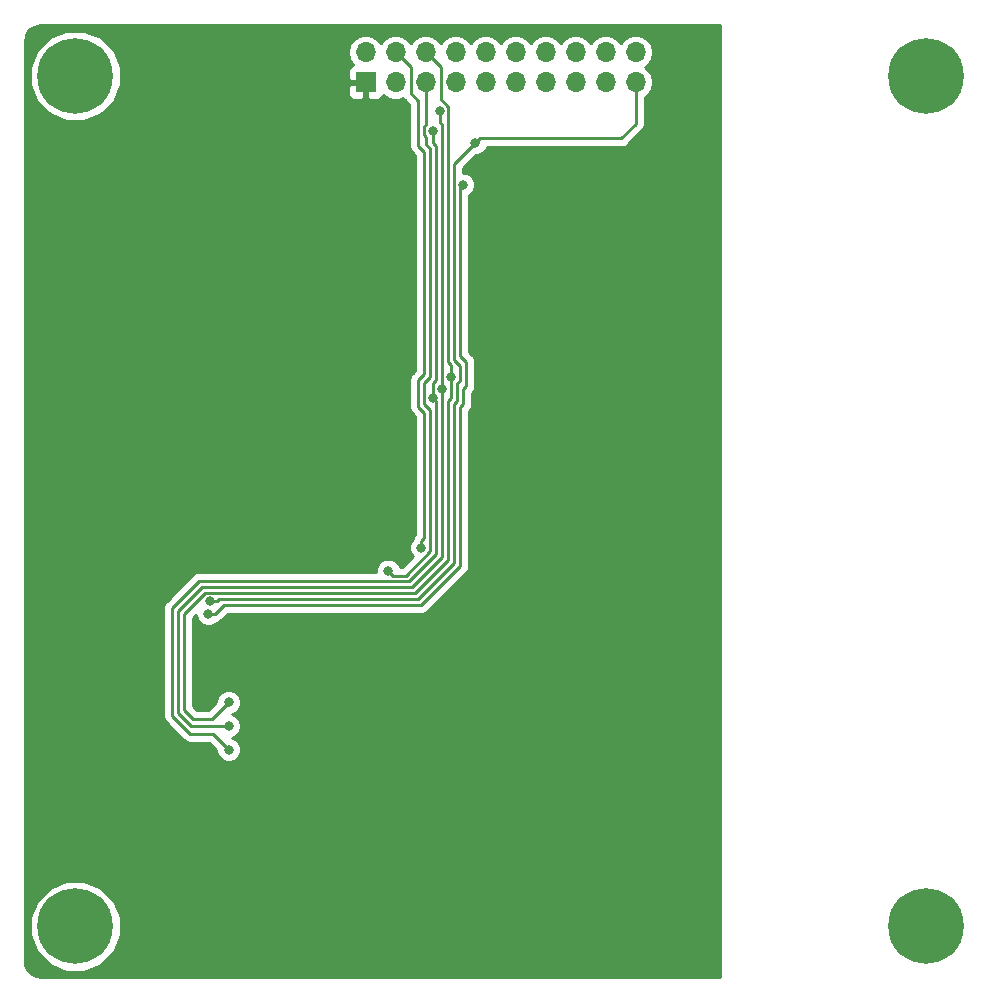
<source format=gbr>
G04 #@! TF.GenerationSoftware,KiCad,Pcbnew,(5.0.0)*
G04 #@! TF.CreationDate,2019-04-05T11:11:38-04:00*
G04 #@! TF.ProjectId,Radio Board,526164696F20426F6172642E6B696361,rev?*
G04 #@! TF.SameCoordinates,Original*
G04 #@! TF.FileFunction,Copper,L2,Bot,Signal*
G04 #@! TF.FilePolarity,Positive*
%FSLAX46Y46*%
G04 Gerber Fmt 4.6, Leading zero omitted, Abs format (unit mm)*
G04 Created by KiCad (PCBNEW (5.0.0)) date 04/05/19 11:11:38*
%MOMM*%
%LPD*%
G01*
G04 APERTURE LIST*
G04 #@! TA.AperFunction,ComponentPad*
%ADD10C,6.400000*%
G04 #@! TD*
G04 #@! TA.AperFunction,ComponentPad*
%ADD11O,1.700000X1.700000*%
G04 #@! TD*
G04 #@! TA.AperFunction,ComponentPad*
%ADD12R,1.700000X1.700000*%
G04 #@! TD*
G04 #@! TA.AperFunction,ViaPad*
%ADD13C,0.800000*%
G04 #@! TD*
G04 #@! TA.AperFunction,Conductor*
%ADD14C,0.250000*%
G04 #@! TD*
G04 #@! TA.AperFunction,Conductor*
%ADD15C,0.254000*%
G04 #@! TD*
G04 APERTURE END LIST*
D10*
G04 #@! TO.P,REF\002A\002A,1*
G04 #@! TO.N,N/C*
X5000000Y-77000000D03*
G04 #@! TD*
G04 #@! TO.P,REF\002A\002A,1*
G04 #@! TO.N,N/C*
X5000000Y-5000000D03*
G04 #@! TD*
G04 #@! TO.P,REF\002A\002A,1*
G04 #@! TO.N,N/C*
X77000000Y-77000000D03*
G04 #@! TD*
G04 #@! TO.P,REF\002A\002A,1*
G04 #@! TO.N,N/C*
X77000000Y-5000000D03*
G04 #@! TD*
D11*
G04 #@! TO.P,J1,20*
G04 #@! TO.N,Net-(J1-Pad20)*
X52430000Y-3000000D03*
G04 #@! TO.P,J1,19*
G04 #@! TO.N,+3V3*
X52430000Y-5540000D03*
G04 #@! TO.P,J1,18*
G04 #@! TO.N,Net-(J1-Pad18)*
X49890000Y-3000000D03*
G04 #@! TO.P,J1,17*
G04 #@! TO.N,Net-(J1-Pad17)*
X49890000Y-5540000D03*
G04 #@! TO.P,J1,16*
G04 #@! TO.N,Net-(J1-Pad16)*
X47350000Y-3000000D03*
G04 #@! TO.P,J1,15*
G04 #@! TO.N,Net-(J1-Pad15)*
X47350000Y-5540000D03*
G04 #@! TO.P,J1,14*
G04 #@! TO.N,Net-(J1-Pad14)*
X44810000Y-3000000D03*
G04 #@! TO.P,J1,13*
G04 #@! TO.N,Net-(J1-Pad13)*
X44810000Y-5540000D03*
G04 #@! TO.P,J1,12*
G04 #@! TO.N,Net-(J1-Pad12)*
X42270000Y-3000000D03*
G04 #@! TO.P,J1,11*
G04 #@! TO.N,Net-(J1-Pad11)*
X42270000Y-5540000D03*
G04 #@! TO.P,J1,10*
G04 #@! TO.N,/~CS2*
X39730000Y-3000000D03*
G04 #@! TO.P,J1,9*
G04 #@! TO.N,/~CS1*
X39730000Y-5540000D03*
G04 #@! TO.P,J1,8*
G04 #@! TO.N,/SCK*
X37190000Y-3000000D03*
G04 #@! TO.P,J1,7*
G04 #@! TO.N,/MOSI*
X37190000Y-5540000D03*
G04 #@! TO.P,J1,6*
G04 #@! TO.N,/MISO*
X34650000Y-3000000D03*
G04 #@! TO.P,J1,5*
G04 #@! TO.N,/INT1*
X34650000Y-5540000D03*
G04 #@! TO.P,J1,4*
G04 #@! TO.N,/INT2*
X32110000Y-3000000D03*
G04 #@! TO.P,J1,3*
G04 #@! TO.N,Net-(J1-Pad3)*
X32110000Y-5540000D03*
G04 #@! TO.P,J1,2*
G04 #@! TO.N,Net-(J1-Pad2)*
X29570000Y-3000000D03*
D12*
G04 #@! TO.P,J1,1*
G04 #@! TO.N,GND*
X29570000Y-5540000D03*
G04 #@! TD*
D13*
G04 #@! TO.N,GND*
X58420000Y-80010000D03*
X55880000Y-80010000D03*
X53340000Y-80010000D03*
X50800000Y-80010000D03*
X48260000Y-80010000D03*
X45720000Y-80010000D03*
X43180000Y-80010000D03*
X40640000Y-80010000D03*
X38100000Y-80010000D03*
X35560000Y-80010000D03*
X33020000Y-80010000D03*
X30480000Y-80010000D03*
X27940000Y-80010000D03*
X25400000Y-80010000D03*
X22860000Y-80010000D03*
X20320000Y-80010000D03*
X17780000Y-80010000D03*
X15240000Y-80010000D03*
X12700000Y-80010000D03*
X10160000Y-80010000D03*
X15240000Y-40132000D03*
X13970000Y-40132000D03*
X13970000Y-42926000D03*
X15240000Y-42926000D03*
X37846000Y-68834000D03*
X39116000Y-68834000D03*
X39116000Y-71374000D03*
X37846000Y-71374000D03*
X10160000Y-2540000D03*
X12700000Y-2540000D03*
X15240000Y-2540000D03*
X17780000Y-2540000D03*
X20320000Y-2540000D03*
X22860000Y-2540000D03*
X55880000Y-2540000D03*
X58420000Y-2540000D03*
X58420000Y-5080000D03*
X58420000Y-7620000D03*
X58420000Y-10160000D03*
X58420000Y-12700000D03*
X58420000Y-15240000D03*
X58420000Y-17780000D03*
X58420000Y-20320000D03*
X58420000Y-22860000D03*
X58420000Y-25400000D03*
X58420000Y-27940000D03*
X58420000Y-30480000D03*
X58420000Y-33020000D03*
X58420000Y-35560000D03*
X58420000Y-38100000D03*
X58420000Y-40640000D03*
X58420000Y-43180000D03*
X58420000Y-45720000D03*
X58420000Y-48260000D03*
X58420000Y-50800000D03*
X58420000Y-53340000D03*
X58420000Y-55880000D03*
X58420000Y-58420000D03*
X58420000Y-60960000D03*
X58420000Y-63500000D03*
X58420000Y-66040000D03*
X58420000Y-68580000D03*
X58420000Y-71120000D03*
X58420000Y-73660000D03*
X58420000Y-76200000D03*
X58420000Y-80010000D03*
X2540000Y-73660000D03*
X2540000Y-71120000D03*
X2540000Y-68580000D03*
X2540000Y-66040000D03*
X2540000Y-63500000D03*
X2540000Y-60960000D03*
X2540000Y-58420000D03*
X2540000Y-55880000D03*
X2540000Y-53340000D03*
X2540000Y-50800000D03*
X2540000Y-48260000D03*
X2540000Y-45720000D03*
X2540000Y-43180000D03*
X2540000Y-40640000D03*
X2540000Y-38100000D03*
X2540000Y-35560000D03*
X2540000Y-33020000D03*
X2540000Y-30480000D03*
X2540000Y-27940000D03*
X2540000Y-25400000D03*
X2540000Y-22860000D03*
X2540000Y-20320000D03*
X2540000Y-17780000D03*
X2540000Y-15240000D03*
X2540000Y-12700000D03*
X2540000Y-10160000D03*
X28448000Y-46228000D03*
X39624000Y-64262000D03*
X27178000Y-62992000D03*
X28194000Y-62992000D03*
X26162000Y-62992000D03*
X26670000Y-61976000D03*
X27686000Y-61976000D03*
X26670000Y-64008000D03*
X27686000Y-64008000D03*
X47244000Y-39624000D03*
X46228000Y-39624000D03*
X47244000Y-37592000D03*
X45720000Y-38608000D03*
X46736000Y-38608000D03*
X47752000Y-38608000D03*
X46228000Y-37592000D03*
X23368000Y-35052000D03*
X22352000Y-35052000D03*
X22860000Y-34036000D03*
X23876000Y-34036000D03*
X21844000Y-34036000D03*
X22352000Y-33020000D03*
X23368000Y-33020000D03*
X45974000Y-13462000D03*
X46990000Y-13462000D03*
X47498000Y-14478000D03*
X46482000Y-14478000D03*
X46482000Y-12446000D03*
X48006000Y-13462000D03*
X47498000Y-12446000D03*
X16256000Y-8128000D03*
X15748000Y-9144000D03*
X15240000Y-8128000D03*
X14732000Y-9144000D03*
X16256000Y-10160000D03*
X15240000Y-10160000D03*
X16764000Y-9144000D03*
X48387000Y-62865000D03*
X47371000Y-62865000D03*
X47879000Y-61849000D03*
X48895000Y-61849000D03*
X46863000Y-61849000D03*
X47371000Y-60833000D03*
X48387000Y-60833000D03*
X29210000Y-19812000D03*
X28194000Y-19812000D03*
X28702000Y-18796000D03*
X29718000Y-18796000D03*
X27686000Y-18796000D03*
X28194000Y-17780000D03*
X29210000Y-17780000D03*
X45720000Y-27051000D03*
X46736000Y-27051000D03*
X46228000Y-28067000D03*
X46228000Y-26035000D03*
X47752000Y-27051000D03*
X47244000Y-28067000D03*
X47244000Y-26035000D03*
X25400000Y-2540000D03*
X58420000Y-78105000D03*
X8255000Y-80010000D03*
G04 #@! TO.N,+3V3*
X38862000Y-10668000D03*
X16387653Y-49493000D03*
G04 #@! TO.N,/INT2*
X34303847Y-44934847D03*
G04 #@! TO.N,/INT1*
X31496000Y-46902000D03*
G04 #@! TO.N,/~CS2*
X16256000Y-50546000D03*
X37809000Y-14224000D03*
G04 #@! TO.N,/SCK*
X17979044Y-62038485D03*
X35306000Y-32258000D03*
X35306000Y-9652000D03*
G04 #@! TO.N,/MOSI*
X17979044Y-60038485D03*
X36068000Y-31496000D03*
X35851000Y-8005653D03*
G04 #@! TO.N,/MISO*
X17979044Y-58038485D03*
X36830000Y-30480000D03*
G04 #@! TD*
D14*
G04 #@! TO.N,+3V3*
X38862000Y-10668000D02*
X39261999Y-10268001D01*
X39261999Y-10268001D02*
X51199999Y-10268001D01*
X52430000Y-9038000D02*
X51199999Y-10268001D01*
X52430000Y-5540000D02*
X52430000Y-9038000D01*
X16953338Y-49493000D02*
X17170338Y-49276000D01*
X16387653Y-49493000D02*
X16953338Y-49493000D01*
X17170338Y-49276000D02*
X33910410Y-49276000D01*
X33910410Y-49276000D02*
X34036000Y-49276000D01*
X36322000Y-46990000D02*
X36830000Y-46482000D01*
X34036000Y-49276000D02*
X36322000Y-46990000D01*
X37084000Y-12446000D02*
X37592000Y-11938000D01*
X37084000Y-29081590D02*
X37084000Y-12446000D01*
X37555001Y-29552591D02*
X37084000Y-29081590D01*
X37084000Y-46228000D02*
X37084000Y-32766000D01*
X37592000Y-11938000D02*
X38862000Y-10668000D01*
X36322000Y-46990000D02*
X37084000Y-46228000D01*
X37084000Y-32766000D02*
X37338000Y-32512000D01*
X37338000Y-32512000D02*
X37338000Y-31045002D01*
X37338000Y-31045002D02*
X37555001Y-30828001D01*
X37555001Y-30828001D02*
X37555001Y-29552591D01*
G04 #@! TO.N,/~CS2*
X37592000Y-28702000D02*
X37592000Y-14441000D01*
X37592000Y-14441000D02*
X37809000Y-14224000D01*
X38100000Y-31242000D02*
X38100000Y-29210000D01*
X37846000Y-31496000D02*
X38100000Y-31242000D01*
X37846000Y-32766000D02*
X37846000Y-31496000D01*
X16821685Y-50546000D02*
X17583685Y-49784000D01*
X17583685Y-49784000D02*
X34290000Y-49784000D01*
X38100000Y-29210000D02*
X37592000Y-28702000D01*
X34290000Y-49784000D02*
X37592000Y-46482000D01*
X37592000Y-46482000D02*
X37592000Y-33020000D01*
X16256000Y-50546000D02*
X16821685Y-50546000D01*
X37592000Y-33020000D02*
X37846000Y-32766000D01*
G04 #@! TO.N,/SCK*
X35306000Y-30988000D02*
X35306000Y-32258000D01*
X35560000Y-30734000D02*
X35306000Y-30988000D01*
X35560000Y-10922000D02*
X35560000Y-30734000D01*
X35306000Y-10668000D02*
X35560000Y-10922000D01*
X35306000Y-9652000D02*
X35306000Y-10668000D01*
X16646559Y-60706000D02*
X17979044Y-62038485D01*
X14732000Y-60706000D02*
X16646559Y-60706000D01*
X13208000Y-59182000D02*
X14732000Y-60706000D01*
X35560000Y-32512000D02*
X35560000Y-45466000D01*
X35306000Y-32258000D02*
X35560000Y-32512000D01*
X33274000Y-47752000D02*
X15494000Y-47752000D01*
X35560000Y-45466000D02*
X33274000Y-47752000D01*
X15494000Y-47752000D02*
X13208000Y-50038000D01*
X13208000Y-50038000D02*
X13208000Y-59182000D01*
G04 #@! TO.N,/MOSI*
X13716000Y-58928000D02*
X13716000Y-54610000D01*
X14826485Y-60038485D02*
X13716000Y-58928000D01*
X17979044Y-60038485D02*
X14826485Y-60038485D01*
X13716000Y-54610000D02*
X13716000Y-50417590D01*
X13716000Y-50417590D02*
X13716000Y-50292000D01*
X13716000Y-50292000D02*
X15748000Y-48260000D01*
X19050000Y-48260000D02*
X33528000Y-48260000D01*
X19050000Y-48260000D02*
X19304000Y-48260000D01*
X15748000Y-48260000D02*
X19050000Y-48260000D01*
X33528000Y-48260000D02*
X36068000Y-45720000D01*
X36068000Y-45720000D02*
X36068000Y-36322000D01*
X36068000Y-36322000D02*
X36068000Y-31496000D01*
X36068000Y-31496000D02*
X36068000Y-26670000D01*
X35851000Y-8927000D02*
X36068000Y-9144000D01*
X35851000Y-8005653D02*
X35851000Y-8927000D01*
X36068000Y-26670000D02*
X36068000Y-9144000D01*
G04 #@! TO.N,/MISO*
X16581529Y-59436000D02*
X17979044Y-58038485D01*
X14224000Y-58674000D02*
X14986000Y-59436000D01*
X14224000Y-50546000D02*
X14224000Y-58674000D01*
X36830000Y-32258000D02*
X36576000Y-32512000D01*
X36830000Y-30480000D02*
X36830000Y-32258000D01*
X36576000Y-32512000D02*
X36576000Y-45974000D01*
X36576000Y-45974000D02*
X33782000Y-48768000D01*
X33782000Y-48768000D02*
X16002000Y-48768000D01*
X14986000Y-59436000D02*
X16581529Y-59436000D01*
X16002000Y-48768000D02*
X14224000Y-50546000D01*
X35941000Y-4291000D02*
X34650000Y-3000000D01*
X35941000Y-6985000D02*
X35941000Y-4291000D01*
X36576000Y-7620000D02*
X35941000Y-6985000D01*
X36576000Y-29210000D02*
X36576000Y-7620000D01*
X36830000Y-30480000D02*
X36830000Y-29464000D01*
X36830000Y-29464000D02*
X36576000Y-29210000D01*
G04 #@! TO.N,/INT1*
X32962001Y-47301999D02*
X31895999Y-47301999D01*
X35052000Y-45212000D02*
X32962001Y-47301999D01*
X34544000Y-32766000D02*
X35052000Y-33274000D01*
X34544000Y-30988000D02*
X34544000Y-32766000D01*
X34650000Y-5540000D02*
X34650000Y-9165000D01*
X35052000Y-33274000D02*
X35052000Y-45212000D01*
X34650000Y-9165000D02*
X34544000Y-9271000D01*
X31895999Y-47301999D02*
X31496000Y-46902000D01*
X35052000Y-11176000D02*
X35052000Y-30480000D01*
X35052000Y-30480000D02*
X34544000Y-30988000D01*
X34544000Y-9271000D02*
X34544000Y-10033000D01*
X34671000Y-10160000D02*
X34671000Y-10795000D01*
X34544000Y-10033000D02*
X34671000Y-10160000D01*
X34671000Y-10795000D02*
X35052000Y-11176000D01*
G04 #@! TO.N,/INT2*
X33401000Y-6477000D02*
X33401000Y-4291000D01*
X33401000Y-4291000D02*
X32110000Y-3000000D01*
X34036000Y-10922000D02*
X34036000Y-7112000D01*
X34544000Y-30226000D02*
X34544000Y-11430000D01*
X34303847Y-44369162D02*
X34544000Y-44129009D01*
X34303847Y-44934847D02*
X34303847Y-44369162D01*
X34544000Y-44129009D02*
X34544000Y-33528000D01*
X34544000Y-33528000D02*
X34036000Y-33020000D01*
X34036000Y-33020000D02*
X34036000Y-30734000D01*
X34036000Y-7112000D02*
X33401000Y-6477000D01*
X34544000Y-11430000D02*
X34036000Y-10922000D01*
X34036000Y-30734000D02*
X34544000Y-30226000D01*
G04 #@! TD*
D15*
G04 #@! TO.N,GND*
G36*
X59563000Y-81265000D02*
X2052364Y-81265000D01*
X1647062Y-81206956D01*
X1322496Y-81059385D01*
X1052394Y-80826650D01*
X858468Y-80527459D01*
X749030Y-80161525D01*
X735000Y-79972727D01*
X735000Y-76237171D01*
X1165000Y-76237171D01*
X1165000Y-77762829D01*
X1748844Y-79172353D01*
X2827647Y-80251156D01*
X4237171Y-80835000D01*
X5762829Y-80835000D01*
X7172353Y-80251156D01*
X8251156Y-79172353D01*
X8835000Y-77762829D01*
X8835000Y-76237171D01*
X8251156Y-74827647D01*
X7172353Y-73748844D01*
X5762829Y-73165000D01*
X4237171Y-73165000D01*
X2827647Y-73748844D01*
X1748844Y-74827647D01*
X1165000Y-76237171D01*
X735000Y-76237171D01*
X735000Y-50038000D01*
X12433112Y-50038000D01*
X12448000Y-50112847D01*
X12448001Y-59107148D01*
X12433112Y-59182000D01*
X12448001Y-59256852D01*
X12492097Y-59478537D01*
X12660072Y-59729929D01*
X12723528Y-59772329D01*
X14141673Y-61190476D01*
X14184071Y-61253929D01*
X14247524Y-61296327D01*
X14247526Y-61296329D01*
X14372902Y-61380102D01*
X14435463Y-61421904D01*
X14657148Y-61466000D01*
X14657152Y-61466000D01*
X14731999Y-61480888D01*
X14806846Y-61466000D01*
X16331758Y-61466000D01*
X16944044Y-62078287D01*
X16944044Y-62244359D01*
X17101613Y-62624765D01*
X17392764Y-62915916D01*
X17773170Y-63073485D01*
X18184918Y-63073485D01*
X18565324Y-62915916D01*
X18856475Y-62624765D01*
X19014044Y-62244359D01*
X19014044Y-61832611D01*
X18856475Y-61452205D01*
X18565324Y-61161054D01*
X18269416Y-61038485D01*
X18565324Y-60915916D01*
X18856475Y-60624765D01*
X19014044Y-60244359D01*
X19014044Y-59832611D01*
X18856475Y-59452205D01*
X18565324Y-59161054D01*
X18269416Y-59038485D01*
X18565324Y-58915916D01*
X18856475Y-58624765D01*
X19014044Y-58244359D01*
X19014044Y-57832611D01*
X18856475Y-57452205D01*
X18565324Y-57161054D01*
X18184918Y-57003485D01*
X17773170Y-57003485D01*
X17392764Y-57161054D01*
X17101613Y-57452205D01*
X16944044Y-57832611D01*
X16944044Y-57998683D01*
X16266728Y-58676000D01*
X15300802Y-58676000D01*
X14984000Y-58359199D01*
X14984000Y-50860801D01*
X15221000Y-50623801D01*
X15221000Y-50751874D01*
X15378569Y-51132280D01*
X15669720Y-51423431D01*
X16050126Y-51581000D01*
X16461874Y-51581000D01*
X16842280Y-51423431D01*
X16975397Y-51290314D01*
X17118222Y-51261904D01*
X17369614Y-51093929D01*
X17412016Y-51030470D01*
X17898487Y-50544000D01*
X34215153Y-50544000D01*
X34290000Y-50558888D01*
X34364847Y-50544000D01*
X34364852Y-50544000D01*
X34586537Y-50499904D01*
X34837929Y-50331929D01*
X34880331Y-50268470D01*
X38076473Y-47072329D01*
X38139929Y-47029929D01*
X38307904Y-46778537D01*
X38352000Y-46556852D01*
X38352000Y-46556848D01*
X38366888Y-46482001D01*
X38352000Y-46407154D01*
X38352000Y-33341945D01*
X38393929Y-33313929D01*
X38561904Y-33062537D01*
X38606000Y-32840852D01*
X38606000Y-32840848D01*
X38620888Y-32766001D01*
X38606000Y-32691154D01*
X38606000Y-31817945D01*
X38647929Y-31789929D01*
X38815904Y-31538537D01*
X38860000Y-31316852D01*
X38860000Y-31316848D01*
X38874888Y-31242001D01*
X38860000Y-31167154D01*
X38860000Y-29284846D01*
X38874888Y-29209999D01*
X38860000Y-29135152D01*
X38860000Y-29135148D01*
X38815904Y-28913463D01*
X38730103Y-28785053D01*
X38690329Y-28725526D01*
X38690327Y-28725524D01*
X38647929Y-28662071D01*
X38584475Y-28619672D01*
X38352000Y-28387198D01*
X38352000Y-15119358D01*
X38395280Y-15101431D01*
X38686431Y-14810280D01*
X38844000Y-14429874D01*
X38844000Y-14018126D01*
X38686431Y-13637720D01*
X38395280Y-13346569D01*
X38014874Y-13189000D01*
X37844000Y-13189000D01*
X37844000Y-12760802D01*
X38182329Y-12422474D01*
X38182333Y-12422468D01*
X38901802Y-11703000D01*
X39067874Y-11703000D01*
X39448280Y-11545431D01*
X39739431Y-11254280D01*
X39833159Y-11028001D01*
X51125152Y-11028001D01*
X51199999Y-11042889D01*
X51274846Y-11028001D01*
X51274851Y-11028001D01*
X51496536Y-10983905D01*
X51747928Y-10815930D01*
X51790330Y-10752471D01*
X52914473Y-9628329D01*
X52977929Y-9585929D01*
X53145904Y-9334537D01*
X53190000Y-9112852D01*
X53190000Y-9112848D01*
X53204888Y-9038001D01*
X53190000Y-8963154D01*
X53190000Y-6818178D01*
X53500625Y-6610625D01*
X53828839Y-6119418D01*
X53944092Y-5540000D01*
X53828839Y-4960582D01*
X53500625Y-4469375D01*
X53202239Y-4270000D01*
X53500625Y-4070625D01*
X53828839Y-3579418D01*
X53944092Y-3000000D01*
X53828839Y-2420582D01*
X53500625Y-1929375D01*
X53009418Y-1601161D01*
X52576256Y-1515000D01*
X52283744Y-1515000D01*
X51850582Y-1601161D01*
X51359375Y-1929375D01*
X51160000Y-2227761D01*
X50960625Y-1929375D01*
X50469418Y-1601161D01*
X50036256Y-1515000D01*
X49743744Y-1515000D01*
X49310582Y-1601161D01*
X48819375Y-1929375D01*
X48620000Y-2227761D01*
X48420625Y-1929375D01*
X47929418Y-1601161D01*
X47496256Y-1515000D01*
X47203744Y-1515000D01*
X46770582Y-1601161D01*
X46279375Y-1929375D01*
X46080000Y-2227761D01*
X45880625Y-1929375D01*
X45389418Y-1601161D01*
X44956256Y-1515000D01*
X44663744Y-1515000D01*
X44230582Y-1601161D01*
X43739375Y-1929375D01*
X43540000Y-2227761D01*
X43340625Y-1929375D01*
X42849418Y-1601161D01*
X42416256Y-1515000D01*
X42123744Y-1515000D01*
X41690582Y-1601161D01*
X41199375Y-1929375D01*
X41000000Y-2227761D01*
X40800625Y-1929375D01*
X40309418Y-1601161D01*
X39876256Y-1515000D01*
X39583744Y-1515000D01*
X39150582Y-1601161D01*
X38659375Y-1929375D01*
X38460000Y-2227761D01*
X38260625Y-1929375D01*
X37769418Y-1601161D01*
X37336256Y-1515000D01*
X37043744Y-1515000D01*
X36610582Y-1601161D01*
X36119375Y-1929375D01*
X35920000Y-2227761D01*
X35720625Y-1929375D01*
X35229418Y-1601161D01*
X34796256Y-1515000D01*
X34503744Y-1515000D01*
X34070582Y-1601161D01*
X33579375Y-1929375D01*
X33380000Y-2227761D01*
X33180625Y-1929375D01*
X32689418Y-1601161D01*
X32256256Y-1515000D01*
X31963744Y-1515000D01*
X31530582Y-1601161D01*
X31039375Y-1929375D01*
X30840000Y-2227761D01*
X30640625Y-1929375D01*
X30149418Y-1601161D01*
X29716256Y-1515000D01*
X29423744Y-1515000D01*
X28990582Y-1601161D01*
X28499375Y-1929375D01*
X28171161Y-2420582D01*
X28055908Y-3000000D01*
X28171161Y-3579418D01*
X28499375Y-4070625D01*
X28521032Y-4085096D01*
X28360301Y-4151673D01*
X28181673Y-4330302D01*
X28085000Y-4563691D01*
X28085000Y-5254250D01*
X28243750Y-5413000D01*
X29443000Y-5413000D01*
X29443000Y-5393000D01*
X29697000Y-5393000D01*
X29697000Y-5413000D01*
X29717000Y-5413000D01*
X29717000Y-5667000D01*
X29697000Y-5667000D01*
X29697000Y-6866250D01*
X29855750Y-7025000D01*
X30546310Y-7025000D01*
X30779699Y-6928327D01*
X30958327Y-6749698D01*
X31024904Y-6588967D01*
X31039375Y-6610625D01*
X31530582Y-6938839D01*
X31963744Y-7025000D01*
X32256256Y-7025000D01*
X32689418Y-6938839D01*
X32762790Y-6889813D01*
X32853071Y-7024929D01*
X32916530Y-7067331D01*
X33276001Y-7426803D01*
X33276000Y-10847153D01*
X33261112Y-10922000D01*
X33276000Y-10996847D01*
X33276000Y-10996851D01*
X33320096Y-11218536D01*
X33488071Y-11469929D01*
X33551529Y-11512330D01*
X33784001Y-11744803D01*
X33784000Y-29911198D01*
X33551528Y-30143671D01*
X33488072Y-30186071D01*
X33445672Y-30249527D01*
X33445671Y-30249528D01*
X33320097Y-30437463D01*
X33261112Y-30734000D01*
X33276001Y-30808852D01*
X33276000Y-32945153D01*
X33261112Y-33020000D01*
X33276000Y-33094847D01*
X33276000Y-33094851D01*
X33320096Y-33316536D01*
X33488071Y-33567929D01*
X33551529Y-33610330D01*
X33784001Y-33842803D01*
X33784000Y-43802470D01*
X33755919Y-43821233D01*
X33587943Y-44072625D01*
X33559533Y-44215450D01*
X33426416Y-44348567D01*
X33268847Y-44728973D01*
X33268847Y-45140721D01*
X33426416Y-45521127D01*
X33547244Y-45641955D01*
X32647200Y-46541999D01*
X32467159Y-46541999D01*
X32373431Y-46315720D01*
X32082280Y-46024569D01*
X31701874Y-45867000D01*
X31290126Y-45867000D01*
X30909720Y-46024569D01*
X30618569Y-46315720D01*
X30461000Y-46696126D01*
X30461000Y-46992000D01*
X15568846Y-46992000D01*
X15493999Y-46977112D01*
X15419152Y-46992000D01*
X15419148Y-46992000D01*
X15197463Y-47036096D01*
X14946071Y-47204071D01*
X14903671Y-47267527D01*
X12723530Y-49447669D01*
X12660071Y-49490071D01*
X12492096Y-49741464D01*
X12448000Y-49963149D01*
X12448000Y-49963153D01*
X12433112Y-50038000D01*
X735000Y-50038000D01*
X735000Y-4237171D01*
X1165000Y-4237171D01*
X1165000Y-5762829D01*
X1748844Y-7172353D01*
X2827647Y-8251156D01*
X4237171Y-8835000D01*
X5762829Y-8835000D01*
X7172353Y-8251156D01*
X8251156Y-7172353D01*
X8808937Y-5825750D01*
X28085000Y-5825750D01*
X28085000Y-6516309D01*
X28181673Y-6749698D01*
X28360301Y-6928327D01*
X28593690Y-7025000D01*
X29284250Y-7025000D01*
X29443000Y-6866250D01*
X29443000Y-5667000D01*
X28243750Y-5667000D01*
X28085000Y-5825750D01*
X8808937Y-5825750D01*
X8835000Y-5762829D01*
X8835000Y-4237171D01*
X8251156Y-2827647D01*
X7172353Y-1748844D01*
X5762829Y-1165000D01*
X4237171Y-1165000D01*
X2827647Y-1748844D01*
X1748844Y-2827647D01*
X1165000Y-4237171D01*
X735000Y-4237171D01*
X735000Y-2052364D01*
X793044Y-1647060D01*
X940614Y-1322496D01*
X1173350Y-1052393D01*
X1472539Y-858468D01*
X1838479Y-749030D01*
X2027273Y-735000D01*
X59563000Y-735000D01*
X59563000Y-81265000D01*
X59563000Y-81265000D01*
G37*
X59563000Y-81265000D02*
X2052364Y-81265000D01*
X1647062Y-81206956D01*
X1322496Y-81059385D01*
X1052394Y-80826650D01*
X858468Y-80527459D01*
X749030Y-80161525D01*
X735000Y-79972727D01*
X735000Y-76237171D01*
X1165000Y-76237171D01*
X1165000Y-77762829D01*
X1748844Y-79172353D01*
X2827647Y-80251156D01*
X4237171Y-80835000D01*
X5762829Y-80835000D01*
X7172353Y-80251156D01*
X8251156Y-79172353D01*
X8835000Y-77762829D01*
X8835000Y-76237171D01*
X8251156Y-74827647D01*
X7172353Y-73748844D01*
X5762829Y-73165000D01*
X4237171Y-73165000D01*
X2827647Y-73748844D01*
X1748844Y-74827647D01*
X1165000Y-76237171D01*
X735000Y-76237171D01*
X735000Y-50038000D01*
X12433112Y-50038000D01*
X12448000Y-50112847D01*
X12448001Y-59107148D01*
X12433112Y-59182000D01*
X12448001Y-59256852D01*
X12492097Y-59478537D01*
X12660072Y-59729929D01*
X12723528Y-59772329D01*
X14141673Y-61190476D01*
X14184071Y-61253929D01*
X14247524Y-61296327D01*
X14247526Y-61296329D01*
X14372902Y-61380102D01*
X14435463Y-61421904D01*
X14657148Y-61466000D01*
X14657152Y-61466000D01*
X14731999Y-61480888D01*
X14806846Y-61466000D01*
X16331758Y-61466000D01*
X16944044Y-62078287D01*
X16944044Y-62244359D01*
X17101613Y-62624765D01*
X17392764Y-62915916D01*
X17773170Y-63073485D01*
X18184918Y-63073485D01*
X18565324Y-62915916D01*
X18856475Y-62624765D01*
X19014044Y-62244359D01*
X19014044Y-61832611D01*
X18856475Y-61452205D01*
X18565324Y-61161054D01*
X18269416Y-61038485D01*
X18565324Y-60915916D01*
X18856475Y-60624765D01*
X19014044Y-60244359D01*
X19014044Y-59832611D01*
X18856475Y-59452205D01*
X18565324Y-59161054D01*
X18269416Y-59038485D01*
X18565324Y-58915916D01*
X18856475Y-58624765D01*
X19014044Y-58244359D01*
X19014044Y-57832611D01*
X18856475Y-57452205D01*
X18565324Y-57161054D01*
X18184918Y-57003485D01*
X17773170Y-57003485D01*
X17392764Y-57161054D01*
X17101613Y-57452205D01*
X16944044Y-57832611D01*
X16944044Y-57998683D01*
X16266728Y-58676000D01*
X15300802Y-58676000D01*
X14984000Y-58359199D01*
X14984000Y-50860801D01*
X15221000Y-50623801D01*
X15221000Y-50751874D01*
X15378569Y-51132280D01*
X15669720Y-51423431D01*
X16050126Y-51581000D01*
X16461874Y-51581000D01*
X16842280Y-51423431D01*
X16975397Y-51290314D01*
X17118222Y-51261904D01*
X17369614Y-51093929D01*
X17412016Y-51030470D01*
X17898487Y-50544000D01*
X34215153Y-50544000D01*
X34290000Y-50558888D01*
X34364847Y-50544000D01*
X34364852Y-50544000D01*
X34586537Y-50499904D01*
X34837929Y-50331929D01*
X34880331Y-50268470D01*
X38076473Y-47072329D01*
X38139929Y-47029929D01*
X38307904Y-46778537D01*
X38352000Y-46556852D01*
X38352000Y-46556848D01*
X38366888Y-46482001D01*
X38352000Y-46407154D01*
X38352000Y-33341945D01*
X38393929Y-33313929D01*
X38561904Y-33062537D01*
X38606000Y-32840852D01*
X38606000Y-32840848D01*
X38620888Y-32766001D01*
X38606000Y-32691154D01*
X38606000Y-31817945D01*
X38647929Y-31789929D01*
X38815904Y-31538537D01*
X38860000Y-31316852D01*
X38860000Y-31316848D01*
X38874888Y-31242001D01*
X38860000Y-31167154D01*
X38860000Y-29284846D01*
X38874888Y-29209999D01*
X38860000Y-29135152D01*
X38860000Y-29135148D01*
X38815904Y-28913463D01*
X38730103Y-28785053D01*
X38690329Y-28725526D01*
X38690327Y-28725524D01*
X38647929Y-28662071D01*
X38584475Y-28619672D01*
X38352000Y-28387198D01*
X38352000Y-15119358D01*
X38395280Y-15101431D01*
X38686431Y-14810280D01*
X38844000Y-14429874D01*
X38844000Y-14018126D01*
X38686431Y-13637720D01*
X38395280Y-13346569D01*
X38014874Y-13189000D01*
X37844000Y-13189000D01*
X37844000Y-12760802D01*
X38182329Y-12422474D01*
X38182333Y-12422468D01*
X38901802Y-11703000D01*
X39067874Y-11703000D01*
X39448280Y-11545431D01*
X39739431Y-11254280D01*
X39833159Y-11028001D01*
X51125152Y-11028001D01*
X51199999Y-11042889D01*
X51274846Y-11028001D01*
X51274851Y-11028001D01*
X51496536Y-10983905D01*
X51747928Y-10815930D01*
X51790330Y-10752471D01*
X52914473Y-9628329D01*
X52977929Y-9585929D01*
X53145904Y-9334537D01*
X53190000Y-9112852D01*
X53190000Y-9112848D01*
X53204888Y-9038001D01*
X53190000Y-8963154D01*
X53190000Y-6818178D01*
X53500625Y-6610625D01*
X53828839Y-6119418D01*
X53944092Y-5540000D01*
X53828839Y-4960582D01*
X53500625Y-4469375D01*
X53202239Y-4270000D01*
X53500625Y-4070625D01*
X53828839Y-3579418D01*
X53944092Y-3000000D01*
X53828839Y-2420582D01*
X53500625Y-1929375D01*
X53009418Y-1601161D01*
X52576256Y-1515000D01*
X52283744Y-1515000D01*
X51850582Y-1601161D01*
X51359375Y-1929375D01*
X51160000Y-2227761D01*
X50960625Y-1929375D01*
X50469418Y-1601161D01*
X50036256Y-1515000D01*
X49743744Y-1515000D01*
X49310582Y-1601161D01*
X48819375Y-1929375D01*
X48620000Y-2227761D01*
X48420625Y-1929375D01*
X47929418Y-1601161D01*
X47496256Y-1515000D01*
X47203744Y-1515000D01*
X46770582Y-1601161D01*
X46279375Y-1929375D01*
X46080000Y-2227761D01*
X45880625Y-1929375D01*
X45389418Y-1601161D01*
X44956256Y-1515000D01*
X44663744Y-1515000D01*
X44230582Y-1601161D01*
X43739375Y-1929375D01*
X43540000Y-2227761D01*
X43340625Y-1929375D01*
X42849418Y-1601161D01*
X42416256Y-1515000D01*
X42123744Y-1515000D01*
X41690582Y-1601161D01*
X41199375Y-1929375D01*
X41000000Y-2227761D01*
X40800625Y-1929375D01*
X40309418Y-1601161D01*
X39876256Y-1515000D01*
X39583744Y-1515000D01*
X39150582Y-1601161D01*
X38659375Y-1929375D01*
X38460000Y-2227761D01*
X38260625Y-1929375D01*
X37769418Y-1601161D01*
X37336256Y-1515000D01*
X37043744Y-1515000D01*
X36610582Y-1601161D01*
X36119375Y-1929375D01*
X35920000Y-2227761D01*
X35720625Y-1929375D01*
X35229418Y-1601161D01*
X34796256Y-1515000D01*
X34503744Y-1515000D01*
X34070582Y-1601161D01*
X33579375Y-1929375D01*
X33380000Y-2227761D01*
X33180625Y-1929375D01*
X32689418Y-1601161D01*
X32256256Y-1515000D01*
X31963744Y-1515000D01*
X31530582Y-1601161D01*
X31039375Y-1929375D01*
X30840000Y-2227761D01*
X30640625Y-1929375D01*
X30149418Y-1601161D01*
X29716256Y-1515000D01*
X29423744Y-1515000D01*
X28990582Y-1601161D01*
X28499375Y-1929375D01*
X28171161Y-2420582D01*
X28055908Y-3000000D01*
X28171161Y-3579418D01*
X28499375Y-4070625D01*
X28521032Y-4085096D01*
X28360301Y-4151673D01*
X28181673Y-4330302D01*
X28085000Y-4563691D01*
X28085000Y-5254250D01*
X28243750Y-5413000D01*
X29443000Y-5413000D01*
X29443000Y-5393000D01*
X29697000Y-5393000D01*
X29697000Y-5413000D01*
X29717000Y-5413000D01*
X29717000Y-5667000D01*
X29697000Y-5667000D01*
X29697000Y-6866250D01*
X29855750Y-7025000D01*
X30546310Y-7025000D01*
X30779699Y-6928327D01*
X30958327Y-6749698D01*
X31024904Y-6588967D01*
X31039375Y-6610625D01*
X31530582Y-6938839D01*
X31963744Y-7025000D01*
X32256256Y-7025000D01*
X32689418Y-6938839D01*
X32762790Y-6889813D01*
X32853071Y-7024929D01*
X32916530Y-7067331D01*
X33276001Y-7426803D01*
X33276000Y-10847153D01*
X33261112Y-10922000D01*
X33276000Y-10996847D01*
X33276000Y-10996851D01*
X33320096Y-11218536D01*
X33488071Y-11469929D01*
X33551529Y-11512330D01*
X33784001Y-11744803D01*
X33784000Y-29911198D01*
X33551528Y-30143671D01*
X33488072Y-30186071D01*
X33445672Y-30249527D01*
X33445671Y-30249528D01*
X33320097Y-30437463D01*
X33261112Y-30734000D01*
X33276001Y-30808852D01*
X33276000Y-32945153D01*
X33261112Y-33020000D01*
X33276000Y-33094847D01*
X33276000Y-33094851D01*
X33320096Y-33316536D01*
X33488071Y-33567929D01*
X33551529Y-33610330D01*
X33784001Y-33842803D01*
X33784000Y-43802470D01*
X33755919Y-43821233D01*
X33587943Y-44072625D01*
X33559533Y-44215450D01*
X33426416Y-44348567D01*
X33268847Y-44728973D01*
X33268847Y-45140721D01*
X33426416Y-45521127D01*
X33547244Y-45641955D01*
X32647200Y-46541999D01*
X32467159Y-46541999D01*
X32373431Y-46315720D01*
X32082280Y-46024569D01*
X31701874Y-45867000D01*
X31290126Y-45867000D01*
X30909720Y-46024569D01*
X30618569Y-46315720D01*
X30461000Y-46696126D01*
X30461000Y-46992000D01*
X15568846Y-46992000D01*
X15493999Y-46977112D01*
X15419152Y-46992000D01*
X15419148Y-46992000D01*
X15197463Y-47036096D01*
X14946071Y-47204071D01*
X14903671Y-47267527D01*
X12723530Y-49447669D01*
X12660071Y-49490071D01*
X12492096Y-49741464D01*
X12448000Y-49963149D01*
X12448000Y-49963153D01*
X12433112Y-50038000D01*
X735000Y-50038000D01*
X735000Y-4237171D01*
X1165000Y-4237171D01*
X1165000Y-5762829D01*
X1748844Y-7172353D01*
X2827647Y-8251156D01*
X4237171Y-8835000D01*
X5762829Y-8835000D01*
X7172353Y-8251156D01*
X8251156Y-7172353D01*
X8808937Y-5825750D01*
X28085000Y-5825750D01*
X28085000Y-6516309D01*
X28181673Y-6749698D01*
X28360301Y-6928327D01*
X28593690Y-7025000D01*
X29284250Y-7025000D01*
X29443000Y-6866250D01*
X29443000Y-5667000D01*
X28243750Y-5667000D01*
X28085000Y-5825750D01*
X8808937Y-5825750D01*
X8835000Y-5762829D01*
X8835000Y-4237171D01*
X8251156Y-2827647D01*
X7172353Y-1748844D01*
X5762829Y-1165000D01*
X4237171Y-1165000D01*
X2827647Y-1748844D01*
X1748844Y-2827647D01*
X1165000Y-4237171D01*
X735000Y-4237171D01*
X735000Y-2052364D01*
X793044Y-1647060D01*
X940614Y-1322496D01*
X1173350Y-1052393D01*
X1472539Y-858468D01*
X1838479Y-749030D01*
X2027273Y-735000D01*
X59563000Y-735000D01*
X59563000Y-81265000D01*
G04 #@! TD*
M02*

</source>
